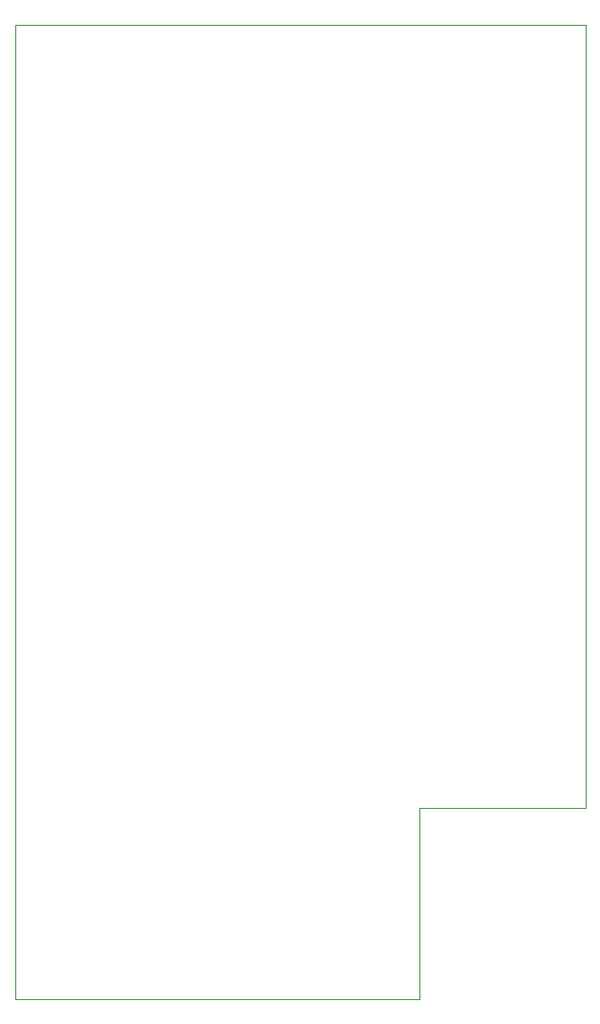
<source format=gbr>
%TF.GenerationSoftware,KiCad,Pcbnew,(6.0.2)*%
%TF.CreationDate,2022-04-05T19:05:53-06:00*%
%TF.ProjectId,F4_SMD_V1_1,46345f53-4d44-45f5-9631-5f312e6b6963,rev?*%
%TF.SameCoordinates,Original*%
%TF.FileFunction,Profile,NP*%
%FSLAX46Y46*%
G04 Gerber Fmt 4.6, Leading zero omitted, Abs format (unit mm)*
G04 Created by KiCad (PCBNEW (6.0.2)) date 2022-04-05 19:05:53*
%MOMM*%
%LPD*%
G01*
G04 APERTURE LIST*
%TA.AperFunction,Profile*%
%ADD10C,0.100000*%
%TD*%
G04 APERTURE END LIST*
D10*
X104902000Y-151574500D02*
X104902000Y-65278000D01*
X104900000Y-65278000D02*
X155448000Y-65278000D01*
X140716000Y-134620000D02*
X140716000Y-151574500D01*
X155448000Y-134620000D02*
X140716000Y-134620000D01*
X104902000Y-151574500D02*
X140716000Y-151574500D01*
X155448000Y-134620000D02*
X155448000Y-65278000D01*
M02*

</source>
